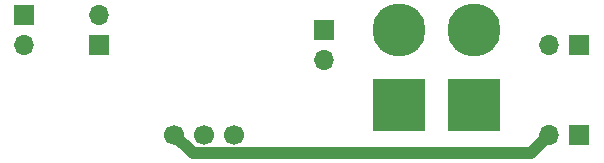
<source format=gbr>
G04 #@! TF.GenerationSoftware,KiCad,Pcbnew,(5.1.5-0-10_14)*
G04 #@! TF.CreationDate,2020-06-18T21:35:01+02:00*
G04 #@! TF.ProjectId,rover2,726f7665-7232-42e6-9b69-6361645f7063,rev?*
G04 #@! TF.SameCoordinates,Original*
G04 #@! TF.FileFunction,Copper,L2,Bot*
G04 #@! TF.FilePolarity,Positive*
%FSLAX46Y46*%
G04 Gerber Fmt 4.6, Leading zero omitted, Abs format (unit mm)*
G04 Created by KiCad (PCBNEW (5.1.5-0-10_14)) date 2020-06-18 21:35:01*
%MOMM*%
%LPD*%
G04 APERTURE LIST*
%ADD10R,4.500880X4.500880*%
%ADD11C,4.500880*%
%ADD12R,1.700000X1.700000*%
%ADD13O,1.700000X1.700000*%
%ADD14C,1.700000*%
%ADD15C,1.000000*%
G04 APERTURE END LIST*
D10*
X52070000Y-10160000D03*
D11*
X52070000Y-3810000D03*
X45720000Y-3810000D03*
D10*
X45720000Y-10160000D03*
D12*
X20320000Y-5080000D03*
D13*
X20320000Y-2540000D03*
X13970000Y-5080000D03*
D12*
X13970000Y-2540000D03*
X60960000Y-5080000D03*
D13*
X58420000Y-5080000D03*
X58420000Y-12700000D03*
D12*
X60960000Y-12700000D03*
X39370000Y-3810000D03*
D13*
X39370000Y-6350000D03*
D14*
X26670000Y-12700000D03*
X29210000Y-12700000D03*
X31750000Y-12700000D03*
D15*
X57570001Y-13549999D02*
X58420000Y-12700000D01*
X56869999Y-14250001D02*
X57570001Y-13549999D01*
X28220001Y-14250001D02*
X56869999Y-14250001D01*
X26670000Y-12700000D02*
X28220001Y-14250001D01*
M02*

</source>
